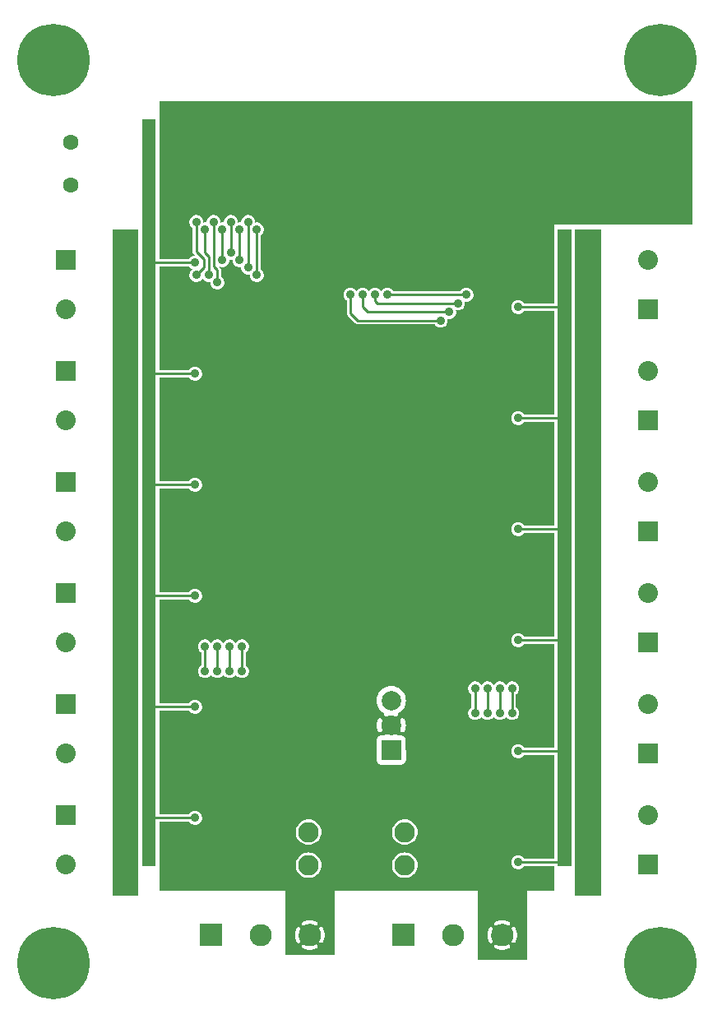
<source format=gbr>
G04 start of page 3 for group 1 idx 1 *
G04 Title: (unknown), bottom *
G04 Creator: pcb 4.0.2 *
G04 CreationDate: Sat May 14 18:30:59 2022 UTC *
G04 For: railfan *
G04 Format: Gerber/RS-274X *
G04 PCB-Dimensions (mil): 3000.00 4200.00 *
G04 PCB-Coordinate-Origin: lower left *
%MOIN*%
%FSLAX25Y25*%
%LNBOTTOM*%
%ADD45C,0.0630*%
%ADD44C,0.0550*%
%ADD43C,0.0450*%
%ADD42C,0.0433*%
%ADD41C,0.1285*%
%ADD40C,0.0480*%
%ADD39C,0.0200*%
%ADD38C,0.0360*%
%ADD37C,0.0830*%
%ADD36C,0.0900*%
%ADD35C,0.0787*%
%ADD34C,0.0633*%
%ADD33C,0.2937*%
%ADD32C,0.0800*%
%ADD31C,0.0100*%
%ADD30C,0.0001*%
G54D30*G36*
X205496Y376500D02*X230000D01*
Y294500D01*
X217865D01*
X217772Y294651D01*
X217486Y294986D01*
X217151Y295272D01*
X216775Y295503D01*
X216368Y295671D01*
X215939Y295774D01*
X215500Y295809D01*
X215061Y295774D01*
X214632Y295671D01*
X214225Y295503D01*
X213849Y295272D01*
X213514Y294986D01*
X213228Y294651D01*
X212997Y294275D01*
X212829Y293868D01*
X212726Y293439D01*
X212691Y293000D01*
X212726Y292561D01*
X212829Y292132D01*
X212997Y291725D01*
X213228Y291349D01*
X213514Y291014D01*
X213849Y290728D01*
X214225Y290497D01*
X214632Y290329D01*
X215061Y290226D01*
X215500Y290191D01*
X215939Y290226D01*
X216368Y290329D01*
X216775Y290497D01*
X217151Y290728D01*
X217486Y291014D01*
X217772Y291349D01*
X217865Y291500D01*
X230000D01*
Y249500D01*
X217865D01*
X217772Y249651D01*
X217486Y249986D01*
X217151Y250272D01*
X216775Y250503D01*
X216368Y250671D01*
X215939Y250774D01*
X215500Y250809D01*
X215061Y250774D01*
X214632Y250671D01*
X214225Y250503D01*
X213849Y250272D01*
X213514Y249986D01*
X213228Y249651D01*
X212997Y249275D01*
X212829Y248868D01*
X212726Y248439D01*
X212691Y248000D01*
X212726Y247561D01*
X212829Y247132D01*
X212997Y246725D01*
X213228Y246349D01*
X213514Y246014D01*
X213849Y245728D01*
X214225Y245497D01*
X214632Y245329D01*
X215061Y245226D01*
X215500Y245191D01*
X215939Y245226D01*
X216368Y245329D01*
X216775Y245497D01*
X217151Y245728D01*
X217486Y246014D01*
X217772Y246349D01*
X217865Y246500D01*
X230000D01*
Y204500D01*
X217865D01*
X217772Y204651D01*
X217486Y204986D01*
X217151Y205272D01*
X216775Y205503D01*
X216368Y205671D01*
X215939Y205774D01*
X215500Y205809D01*
X215061Y205774D01*
X214632Y205671D01*
X214225Y205503D01*
X213849Y205272D01*
X213514Y204986D01*
X213228Y204651D01*
X212997Y204275D01*
X212829Y203868D01*
X212726Y203439D01*
X212691Y203000D01*
X212726Y202561D01*
X212829Y202132D01*
X212997Y201725D01*
X213228Y201349D01*
X213514Y201014D01*
X213849Y200728D01*
X214225Y200497D01*
X214632Y200329D01*
X215061Y200226D01*
X215500Y200191D01*
X215939Y200226D01*
X216368Y200329D01*
X216775Y200497D01*
X217151Y200728D01*
X217486Y201014D01*
X217772Y201349D01*
X217865Y201500D01*
X230000D01*
Y159500D01*
X217865D01*
X217772Y159651D01*
X217486Y159986D01*
X217151Y160272D01*
X216775Y160503D01*
X216368Y160671D01*
X215939Y160774D01*
X215500Y160809D01*
X215061Y160774D01*
X214632Y160671D01*
X214225Y160503D01*
X213849Y160272D01*
X213514Y159986D01*
X213228Y159651D01*
X212997Y159275D01*
X212829Y158868D01*
X212726Y158439D01*
X212691Y158000D01*
X212726Y157561D01*
X212829Y157132D01*
X212997Y156725D01*
X213228Y156349D01*
X213514Y156014D01*
X213849Y155728D01*
X214225Y155497D01*
X214632Y155329D01*
X215061Y155226D01*
X215500Y155191D01*
X215939Y155226D01*
X216368Y155329D01*
X216775Y155497D01*
X217151Y155728D01*
X217486Y156014D01*
X217772Y156349D01*
X217865Y156500D01*
X230000D01*
Y114500D01*
X217865D01*
X217772Y114651D01*
X217486Y114986D01*
X217151Y115272D01*
X216775Y115503D01*
X216368Y115671D01*
X215939Y115774D01*
X215500Y115809D01*
X215061Y115774D01*
X214632Y115671D01*
X214225Y115503D01*
X213849Y115272D01*
X213514Y114986D01*
X213228Y114651D01*
X212997Y114275D01*
X212829Y113868D01*
X212726Y113439D01*
X212691Y113000D01*
X212726Y112561D01*
X212829Y112132D01*
X212997Y111725D01*
X213228Y111349D01*
X213514Y111014D01*
X213849Y110728D01*
X214225Y110497D01*
X214632Y110329D01*
X215061Y110226D01*
X215500Y110191D01*
X215939Y110226D01*
X216368Y110329D01*
X216775Y110497D01*
X217151Y110728D01*
X217486Y111014D01*
X217772Y111349D01*
X217865Y111500D01*
X230000D01*
Y69500D01*
X217865D01*
X217772Y69651D01*
X217486Y69986D01*
X217151Y70272D01*
X216775Y70503D01*
X216368Y70671D01*
X215939Y70774D01*
X215500Y70809D01*
X215061Y70774D01*
X214632Y70671D01*
X214225Y70503D01*
X213849Y70272D01*
X213514Y69986D01*
X213228Y69651D01*
X212997Y69275D01*
X212829Y68868D01*
X212726Y68439D01*
X212691Y68000D01*
X212726Y67561D01*
X212829Y67132D01*
X212997Y66725D01*
X213228Y66349D01*
X213514Y66014D01*
X213849Y65728D01*
X214225Y65497D01*
X214632Y65329D01*
X215061Y65226D01*
X215500Y65191D01*
X215939Y65226D01*
X216368Y65329D01*
X216775Y65497D01*
X217151Y65728D01*
X217486Y66014D01*
X217772Y66349D01*
X217865Y66500D01*
X230000D01*
Y56500D01*
X205496D01*
Y127214D01*
X205500Y127221D01*
X205728Y126849D01*
X206014Y126514D01*
X206349Y126228D01*
X206725Y125997D01*
X207132Y125829D01*
X207561Y125726D01*
X208000Y125691D01*
X208439Y125726D01*
X208868Y125829D01*
X209275Y125997D01*
X209651Y126228D01*
X209986Y126514D01*
X210272Y126849D01*
X210500Y127221D01*
X210728Y126849D01*
X211014Y126514D01*
X211349Y126228D01*
X211725Y125997D01*
X212132Y125829D01*
X212561Y125726D01*
X213000Y125691D01*
X213439Y125726D01*
X213868Y125829D01*
X214275Y125997D01*
X214651Y126228D01*
X214986Y126514D01*
X215272Y126849D01*
X215503Y127225D01*
X215671Y127632D01*
X215774Y128061D01*
X215800Y128500D01*
X215774Y128939D01*
X215671Y129368D01*
X215503Y129775D01*
X215272Y130151D01*
X214986Y130486D01*
X214651Y130772D01*
X214500Y130865D01*
Y136135D01*
X214651Y136228D01*
X214986Y136514D01*
X215272Y136849D01*
X215503Y137225D01*
X215671Y137632D01*
X215774Y138061D01*
X215800Y138500D01*
X215774Y138939D01*
X215671Y139368D01*
X215503Y139775D01*
X215272Y140151D01*
X214986Y140486D01*
X214651Y140772D01*
X214275Y141003D01*
X213868Y141171D01*
X213439Y141274D01*
X213000Y141309D01*
X212561Y141274D01*
X212132Y141171D01*
X211725Y141003D01*
X211349Y140772D01*
X211014Y140486D01*
X210728Y140151D01*
X210500Y139779D01*
X210272Y140151D01*
X209986Y140486D01*
X209651Y140772D01*
X209275Y141003D01*
X208868Y141171D01*
X208439Y141274D01*
X208000Y141309D01*
X207561Y141274D01*
X207132Y141171D01*
X206725Y141003D01*
X206349Y140772D01*
X206014Y140486D01*
X205728Y140151D01*
X205500Y139779D01*
X205496Y139786D01*
Y376500D01*
G37*
G36*
X170996D02*X205496D01*
Y139786D01*
X205272Y140151D01*
X204986Y140486D01*
X204651Y140772D01*
X204275Y141003D01*
X203868Y141171D01*
X203439Y141274D01*
X203000Y141309D01*
X202561Y141274D01*
X202132Y141171D01*
X201725Y141003D01*
X201349Y140772D01*
X201014Y140486D01*
X200728Y140151D01*
X200500Y139779D01*
X200272Y140151D01*
X199986Y140486D01*
X199651Y140772D01*
X199275Y141003D01*
X198868Y141171D01*
X198439Y141274D01*
X198000Y141309D01*
X197561Y141274D01*
X197132Y141171D01*
X196725Y141003D01*
X196349Y140772D01*
X196014Y140486D01*
X195728Y140151D01*
X195497Y139775D01*
X195329Y139368D01*
X195226Y138939D01*
X195191Y138500D01*
X195226Y138061D01*
X195329Y137632D01*
X195497Y137225D01*
X195728Y136849D01*
X196014Y136514D01*
X196349Y136228D01*
X196500Y136135D01*
Y130865D01*
X196349Y130772D01*
X196014Y130486D01*
X195728Y130151D01*
X195497Y129775D01*
X195329Y129368D01*
X195226Y128939D01*
X195191Y128500D01*
X195226Y128061D01*
X195329Y127632D01*
X195497Y127225D01*
X195728Y126849D01*
X196014Y126514D01*
X196349Y126228D01*
X196725Y125997D01*
X197132Y125829D01*
X197561Y125726D01*
X198000Y125691D01*
X198439Y125726D01*
X198868Y125829D01*
X199275Y125997D01*
X199651Y126228D01*
X199986Y126514D01*
X200272Y126849D01*
X200500Y127221D01*
X200728Y126849D01*
X201014Y126514D01*
X201349Y126228D01*
X201725Y125997D01*
X202132Y125829D01*
X202561Y125726D01*
X203000Y125691D01*
X203439Y125726D01*
X203868Y125829D01*
X204275Y125997D01*
X204651Y126228D01*
X204986Y126514D01*
X205272Y126849D01*
X205496Y127214D01*
Y56500D01*
X170996D01*
Y61863D01*
X171096Y61887D01*
X171845Y62197D01*
X172536Y62621D01*
X173153Y63147D01*
X173679Y63764D01*
X174103Y64455D01*
X174413Y65204D01*
X174602Y65992D01*
X174650Y66800D01*
X174602Y67608D01*
X174413Y68396D01*
X174103Y69145D01*
X173679Y69836D01*
X173153Y70453D01*
X172536Y70979D01*
X171845Y71403D01*
X171096Y71713D01*
X170996Y71737D01*
Y75263D01*
X171096Y75287D01*
X171845Y75597D01*
X172536Y76021D01*
X173153Y76547D01*
X173679Y77164D01*
X174103Y77855D01*
X174413Y78604D01*
X174602Y79392D01*
X174650Y80200D01*
X174602Y81008D01*
X174413Y81796D01*
X174103Y82545D01*
X173679Y83236D01*
X173153Y83853D01*
X172536Y84379D01*
X171845Y84803D01*
X171096Y85113D01*
X170996Y85137D01*
Y286000D01*
X181635D01*
X181728Y285849D01*
X182014Y285514D01*
X182349Y285228D01*
X182725Y284997D01*
X183132Y284829D01*
X183561Y284726D01*
X184000Y284691D01*
X184439Y284726D01*
X184868Y284829D01*
X185275Y284997D01*
X185651Y285228D01*
X185986Y285514D01*
X186272Y285849D01*
X186503Y286225D01*
X186671Y286632D01*
X186774Y287061D01*
X186800Y287500D01*
X186774Y287939D01*
X186684Y288316D01*
X187061Y288226D01*
X187500Y288191D01*
X187939Y288226D01*
X188368Y288329D01*
X188775Y288497D01*
X189151Y288728D01*
X189486Y289014D01*
X189772Y289349D01*
X190003Y289725D01*
X190171Y290132D01*
X190274Y290561D01*
X190300Y291000D01*
X190274Y291439D01*
X190184Y291816D01*
X190561Y291726D01*
X191000Y291691D01*
X191439Y291726D01*
X191868Y291829D01*
X192275Y291997D01*
X192651Y292228D01*
X192986Y292514D01*
X193272Y292849D01*
X193503Y293225D01*
X193671Y293632D01*
X193774Y294061D01*
X193800Y294500D01*
X193774Y294939D01*
X193684Y295316D01*
X194061Y295226D01*
X194500Y295191D01*
X194939Y295226D01*
X195368Y295329D01*
X195775Y295497D01*
X196151Y295728D01*
X196486Y296014D01*
X196772Y296349D01*
X197003Y296725D01*
X197171Y297132D01*
X197274Y297561D01*
X197300Y298000D01*
X197274Y298439D01*
X197171Y298868D01*
X197003Y299275D01*
X196772Y299651D01*
X196486Y299986D01*
X196151Y300272D01*
X195775Y300503D01*
X195368Y300671D01*
X194939Y300774D01*
X194500Y300809D01*
X194061Y300774D01*
X193632Y300671D01*
X193225Y300503D01*
X192849Y300272D01*
X192514Y299986D01*
X192228Y299651D01*
X192135Y299500D01*
X170996D01*
Y376500D01*
G37*
G36*
X168761Y61692D02*X169500Y61634D01*
X170308Y61698D01*
X170996Y61863D01*
Y56500D01*
X168761D01*
Y61692D01*
G37*
G36*
Y75092D02*X169500Y75034D01*
X170308Y75098D01*
X170996Y75263D01*
Y71737D01*
X170308Y71902D01*
X169500Y71966D01*
X168761Y71908D01*
Y75092D01*
G37*
G36*
Y286000D02*X170996D01*
Y85137D01*
X170308Y85302D01*
X169500Y85366D01*
X168761Y85308D01*
Y107740D01*
X168848Y107775D01*
X169116Y107940D01*
X169356Y108144D01*
X169560Y108384D01*
X169725Y108652D01*
X169845Y108943D01*
X169918Y109249D01*
X169937Y109563D01*
X169918Y117751D01*
X169845Y118057D01*
X169725Y118348D01*
X169560Y118616D01*
X169356Y118856D01*
X169116Y119060D01*
X168848Y119225D01*
X168761Y119260D01*
Y120683D01*
X168831Y120695D01*
X168980Y120746D01*
X169119Y120819D01*
X169245Y120913D01*
X169355Y121025D01*
X169446Y121154D01*
X169513Y121296D01*
X169704Y121828D01*
X169837Y122377D01*
X169917Y122936D01*
X169944Y123500D01*
X169917Y124064D01*
X169837Y124623D01*
X169704Y125172D01*
X169519Y125706D01*
X169450Y125848D01*
X169358Y125977D01*
X169248Y126091D01*
X169121Y126185D01*
X168981Y126259D01*
X168832Y126309D01*
X168761Y126321D01*
Y129933D01*
X168818Y130000D01*
X169306Y130796D01*
X169664Y131660D01*
X169882Y132568D01*
X169937Y133500D01*
X169882Y134432D01*
X169664Y135340D01*
X169306Y136204D01*
X168818Y137000D01*
X168761Y137067D01*
Y286000D01*
G37*
G36*
Y119260D02*X168557Y119345D01*
X168251Y119418D01*
X167937Y119437D01*
X166696Y119434D01*
X166607Y119561D01*
X166496Y119674D01*
X166370Y119768D01*
X166230Y119842D01*
X166080Y119892D01*
X165924Y119919D01*
X165766Y119921D01*
X165610Y119898D01*
X165460Y119848D01*
X165108Y119722D01*
X164744Y119634D01*
X164374Y119581D01*
X164000Y119563D01*
X163991Y119563D01*
Y127437D01*
X164000Y127437D01*
X164374Y127419D01*
X164744Y127366D01*
X165108Y127278D01*
X165461Y127156D01*
X165611Y127106D01*
X165766Y127083D01*
X165924Y127085D01*
X166079Y127112D01*
X166228Y127162D01*
X166367Y127236D01*
X166493Y127330D01*
X166603Y127442D01*
X166694Y127571D01*
X166764Y127712D01*
X166811Y127862D01*
X166833Y128018D01*
X166832Y128175D01*
X166817Y128263D01*
X167500Y128682D01*
X168211Y129289D01*
X168761Y129933D01*
Y126321D01*
X168676Y126336D01*
X168518Y126338D01*
X168361Y126315D01*
X168210Y126268D01*
X168069Y126198D01*
X167939Y126107D01*
X167826Y125996D01*
X167732Y125870D01*
X167658Y125730D01*
X167608Y125580D01*
X167581Y125424D01*
X167579Y125266D01*
X167602Y125110D01*
X167652Y124960D01*
X167778Y124608D01*
X167866Y124244D01*
X167919Y123874D01*
X167937Y123500D01*
X167919Y123126D01*
X167866Y122756D01*
X167778Y122392D01*
X167656Y122039D01*
X167606Y121889D01*
X167583Y121734D01*
X167585Y121576D01*
X167612Y121421D01*
X167662Y121272D01*
X167736Y121133D01*
X167830Y121007D01*
X167942Y120897D01*
X168071Y120806D01*
X168212Y120736D01*
X168362Y120689D01*
X168518Y120667D01*
X168675Y120668D01*
X168761Y120683D01*
Y119260D01*
G37*
G36*
Y85308D02*X168692Y85302D01*
X167904Y85113D01*
X167155Y84803D01*
X166464Y84379D01*
X165847Y83853D01*
X165321Y83236D01*
X164897Y82545D01*
X164587Y81796D01*
X164398Y81008D01*
X164334Y80200D01*
X164398Y79392D01*
X164587Y78604D01*
X164897Y77855D01*
X165321Y77164D01*
X165847Y76547D01*
X166464Y76021D01*
X167155Y75597D01*
X167904Y75287D01*
X168692Y75098D01*
X168761Y75092D01*
Y71908D01*
X168692Y71902D01*
X167904Y71713D01*
X167155Y71403D01*
X166464Y70979D01*
X165847Y70453D01*
X165321Y69836D01*
X164897Y69145D01*
X164587Y68396D01*
X164398Y67608D01*
X164334Y66800D01*
X164398Y65992D01*
X164587Y65204D01*
X164897Y64455D01*
X165321Y63764D01*
X165847Y63147D01*
X166464Y62621D01*
X167155Y62197D01*
X167904Y61887D01*
X168692Y61698D01*
X168761Y61692D01*
Y56500D01*
X163991D01*
Y107572D01*
X168251Y107582D01*
X168557Y107655D01*
X168761Y107740D01*
Y85308D01*
G37*
G36*
X163991Y286000D02*X168761D01*
Y137067D01*
X168211Y137711D01*
X167500Y138318D01*
X166704Y138806D01*
X165840Y139164D01*
X164932Y139382D01*
X164000Y139455D01*
X163991Y139455D01*
Y286000D01*
G37*
G36*
Y376500D02*X170996D01*
Y299500D01*
X164845D01*
X164753Y299651D01*
X164466Y299986D01*
X164131Y300272D01*
X163991Y300358D01*
Y376500D01*
G37*
G36*
X159239Y107740D02*X159443Y107655D01*
X159749Y107582D01*
X160063Y107563D01*
X163991Y107572D01*
Y56500D01*
X159239D01*
Y107740D01*
G37*
G36*
Y129933D02*X159789Y129289D01*
X160500Y128682D01*
X161179Y128265D01*
X161164Y128176D01*
X161162Y128018D01*
X161185Y127861D01*
X161232Y127710D01*
X161302Y127569D01*
X161393Y127439D01*
X161504Y127326D01*
X161630Y127232D01*
X161770Y127158D01*
X161920Y127108D01*
X162076Y127081D01*
X162234Y127079D01*
X162390Y127102D01*
X162540Y127152D01*
X162892Y127278D01*
X163256Y127366D01*
X163626Y127419D01*
X163991Y127437D01*
Y119563D01*
X163626Y119581D01*
X163256Y119634D01*
X162892Y119722D01*
X162539Y119844D01*
X162389Y119894D01*
X162234Y119917D01*
X162076Y119915D01*
X161921Y119888D01*
X161772Y119838D01*
X161633Y119764D01*
X161507Y119670D01*
X161397Y119558D01*
X161306Y119429D01*
X161302Y119422D01*
X159749Y119418D01*
X159443Y119345D01*
X159239Y119260D01*
Y120679D01*
X159324Y120664D01*
X159482Y120662D01*
X159639Y120685D01*
X159790Y120732D01*
X159931Y120802D01*
X160061Y120893D01*
X160174Y121004D01*
X160268Y121130D01*
X160342Y121270D01*
X160392Y121420D01*
X160419Y121576D01*
X160421Y121734D01*
X160398Y121890D01*
X160348Y122040D01*
X160222Y122392D01*
X160134Y122756D01*
X160081Y123126D01*
X160063Y123500D01*
X160081Y123874D01*
X160134Y124244D01*
X160222Y124608D01*
X160344Y124961D01*
X160394Y125111D01*
X160417Y125266D01*
X160415Y125424D01*
X160388Y125579D01*
X160338Y125728D01*
X160264Y125867D01*
X160170Y125993D01*
X160058Y126103D01*
X159929Y126194D01*
X159788Y126264D01*
X159638Y126311D01*
X159482Y126333D01*
X159325Y126332D01*
X159239Y126317D01*
Y129933D01*
G37*
G36*
Y286000D02*X163991D01*
Y139455D01*
X163068Y139382D01*
X162160Y139164D01*
X161296Y138806D01*
X160500Y138318D01*
X159789Y137711D01*
X159239Y137067D01*
Y286000D01*
G37*
G36*
Y376500D02*X163991D01*
Y300358D01*
X163755Y300503D01*
X163348Y300671D01*
X162920Y300774D01*
X162480Y300809D01*
X162041Y300774D01*
X161612Y300671D01*
X161205Y300503D01*
X160829Y300272D01*
X160494Y299986D01*
X160208Y299651D01*
X159980Y299279D01*
X159753Y299651D01*
X159466Y299986D01*
X159239Y300180D01*
Y376500D01*
G37*
G36*
X130492D02*X159239D01*
Y300180D01*
X159131Y300272D01*
X158755Y300503D01*
X158348Y300671D01*
X157920Y300774D01*
X157480Y300809D01*
X157041Y300774D01*
X156612Y300671D01*
X156205Y300503D01*
X155829Y300272D01*
X155494Y299986D01*
X155208Y299651D01*
X154980Y299279D01*
X154753Y299651D01*
X154466Y299986D01*
X154131Y300272D01*
X153755Y300503D01*
X153348Y300671D01*
X152920Y300774D01*
X152480Y300809D01*
X152041Y300774D01*
X151612Y300671D01*
X151205Y300503D01*
X150829Y300272D01*
X150494Y299986D01*
X150208Y299651D01*
X149990Y299295D01*
X149772Y299651D01*
X149486Y299986D01*
X149151Y300272D01*
X148775Y300503D01*
X148368Y300671D01*
X147939Y300774D01*
X147500Y300809D01*
X147061Y300774D01*
X146632Y300671D01*
X146225Y300503D01*
X145849Y300272D01*
X145514Y299986D01*
X145228Y299651D01*
X144997Y299275D01*
X144829Y298868D01*
X144726Y298439D01*
X144691Y298000D01*
X144726Y297561D01*
X144829Y297132D01*
X144997Y296725D01*
X145228Y296349D01*
X145514Y296014D01*
X145849Y295728D01*
X146000Y295635D01*
Y290559D01*
X145995Y290500D01*
X146014Y290265D01*
X146069Y290035D01*
X146159Y289817D01*
X146283Y289616D01*
X146436Y289436D01*
X146481Y289398D01*
X149398Y286481D01*
X149436Y286436D01*
X149616Y286283D01*
X149817Y286159D01*
X150035Y286069D01*
X150265Y286014D01*
X150500Y285995D01*
X150559Y286000D01*
X159239D01*
Y137067D01*
X159182Y137000D01*
X158694Y136204D01*
X158336Y135340D01*
X158118Y134432D01*
X158045Y133500D01*
X158118Y132568D01*
X158336Y131660D01*
X158694Y130796D01*
X159182Y130000D01*
X159239Y129933D01*
Y126317D01*
X159169Y126305D01*
X159020Y126254D01*
X158881Y126181D01*
X158755Y126087D01*
X158645Y125975D01*
X158554Y125846D01*
X158487Y125704D01*
X158296Y125172D01*
X158163Y124623D01*
X158083Y124064D01*
X158056Y123500D01*
X158083Y122936D01*
X158163Y122377D01*
X158296Y121828D01*
X158481Y121294D01*
X158550Y121152D01*
X158642Y121023D01*
X158752Y120909D01*
X158879Y120815D01*
X159019Y120741D01*
X159168Y120691D01*
X159239Y120679D01*
Y119260D01*
X159152Y119225D01*
X158884Y119060D01*
X158644Y118856D01*
X158440Y118616D01*
X158275Y118348D01*
X158155Y118057D01*
X158082Y117751D01*
X158063Y117437D01*
X158082Y109249D01*
X158155Y108943D01*
X158275Y108652D01*
X158440Y108384D01*
X158644Y108144D01*
X158884Y107940D01*
X159152Y107775D01*
X159239Y107740D01*
Y56500D01*
X130492D01*
Y61635D01*
X130500Y61634D01*
X131308Y61698D01*
X132096Y61887D01*
X132845Y62197D01*
X133536Y62621D01*
X134153Y63147D01*
X134679Y63764D01*
X135103Y64455D01*
X135413Y65204D01*
X135602Y65992D01*
X135650Y66800D01*
X135602Y67608D01*
X135413Y68396D01*
X135103Y69145D01*
X134679Y69836D01*
X134153Y70453D01*
X133536Y70979D01*
X132845Y71403D01*
X132096Y71713D01*
X131308Y71902D01*
X130500Y71966D01*
X130492Y71965D01*
Y75035D01*
X130500Y75034D01*
X131308Y75098D01*
X132096Y75287D01*
X132845Y75597D01*
X133536Y76021D01*
X134153Y76547D01*
X134679Y77164D01*
X135103Y77855D01*
X135413Y78604D01*
X135602Y79392D01*
X135650Y80200D01*
X135602Y81008D01*
X135413Y81796D01*
X135103Y82545D01*
X134679Y83236D01*
X134153Y83853D01*
X133536Y84379D01*
X132845Y84803D01*
X132096Y85113D01*
X131308Y85302D01*
X130500Y85366D01*
X130492Y85365D01*
Y376500D01*
G37*
G36*
X111000Y308365D02*Y322135D01*
X111151Y322228D01*
X111486Y322514D01*
X111772Y322849D01*
X112003Y323225D01*
X112171Y323632D01*
X112274Y324061D01*
X112300Y324500D01*
X112274Y324939D01*
X112171Y325368D01*
X112003Y325775D01*
X111772Y326151D01*
X111486Y326486D01*
X111151Y326772D01*
X110775Y327003D01*
X110368Y327171D01*
X109939Y327274D01*
X109500Y327309D01*
X109061Y327274D01*
X108783Y327207D01*
X108800Y327500D01*
X108774Y327939D01*
X108671Y328368D01*
X108503Y328775D01*
X108272Y329151D01*
X107986Y329486D01*
X107651Y329772D01*
X107275Y330003D01*
X106868Y330171D01*
X106439Y330274D01*
X106000Y330309D01*
X105561Y330274D01*
X105132Y330171D01*
X104725Y330003D01*
X104349Y329772D01*
X104014Y329486D01*
X103728Y329151D01*
X103497Y328775D01*
X103329Y328368D01*
X103226Y327939D01*
X103191Y327500D01*
X103214Y327208D01*
X102939Y327274D01*
X102500Y327309D01*
X102061Y327274D01*
X101783Y327207D01*
X101800Y327500D01*
X101774Y327939D01*
X101671Y328368D01*
X101503Y328775D01*
X101272Y329151D01*
X100986Y329486D01*
X100651Y329772D01*
X100275Y330003D01*
X99868Y330171D01*
X99439Y330274D01*
X99000Y330309D01*
X98561Y330274D01*
X98132Y330171D01*
X97725Y330003D01*
X97349Y329772D01*
X97014Y329486D01*
X96728Y329151D01*
X96497Y328775D01*
X96329Y328368D01*
X96226Y327939D01*
X96191Y327500D01*
X96214Y327208D01*
X95996Y327261D01*
Y376500D01*
X130492D01*
Y85365D01*
X129692Y85302D01*
X128904Y85113D01*
X128155Y84803D01*
X127464Y84379D01*
X126847Y83853D01*
X126321Y83236D01*
X125897Y82545D01*
X125587Y81796D01*
X125398Y81008D01*
X125334Y80200D01*
X125398Y79392D01*
X125587Y78604D01*
X125897Y77855D01*
X126321Y77164D01*
X126847Y76547D01*
X127464Y76021D01*
X128155Y75597D01*
X128904Y75287D01*
X129692Y75098D01*
X130492Y75035D01*
Y71965D01*
X129692Y71902D01*
X128904Y71713D01*
X128155Y71403D01*
X127464Y70979D01*
X126847Y70453D01*
X126321Y69836D01*
X125897Y69145D01*
X125587Y68396D01*
X125398Y67608D01*
X125334Y66800D01*
X125398Y65992D01*
X125587Y65204D01*
X125897Y64455D01*
X126321Y63764D01*
X126847Y63147D01*
X127464Y62621D01*
X128155Y62197D01*
X128904Y61887D01*
X129692Y61698D01*
X130492Y61635D01*
Y56500D01*
X95996D01*
Y144214D01*
X96000Y144221D01*
X96228Y143849D01*
X96514Y143514D01*
X96849Y143228D01*
X97225Y142997D01*
X97632Y142829D01*
X98061Y142726D01*
X98500Y142691D01*
X98939Y142726D01*
X99368Y142829D01*
X99775Y142997D01*
X100151Y143228D01*
X100486Y143514D01*
X100772Y143849D01*
X101000Y144221D01*
X101228Y143849D01*
X101514Y143514D01*
X101849Y143228D01*
X102225Y142997D01*
X102632Y142829D01*
X103061Y142726D01*
X103500Y142691D01*
X103939Y142726D01*
X104368Y142829D01*
X104775Y142997D01*
X105151Y143228D01*
X105486Y143514D01*
X105772Y143849D01*
X106003Y144225D01*
X106171Y144632D01*
X106274Y145061D01*
X106300Y145500D01*
X106274Y145939D01*
X106171Y146368D01*
X106003Y146775D01*
X105772Y147151D01*
X105486Y147486D01*
X105151Y147772D01*
X105000Y147865D01*
Y153135D01*
X105151Y153228D01*
X105486Y153514D01*
X105772Y153849D01*
X106003Y154225D01*
X106171Y154632D01*
X106274Y155061D01*
X106300Y155500D01*
X106274Y155939D01*
X106171Y156368D01*
X106003Y156775D01*
X105772Y157151D01*
X105486Y157486D01*
X105151Y157772D01*
X104775Y158003D01*
X104368Y158171D01*
X103939Y158274D01*
X103500Y158309D01*
X103061Y158274D01*
X102632Y158171D01*
X102225Y158003D01*
X101849Y157772D01*
X101514Y157486D01*
X101228Y157151D01*
X101000Y156779D01*
X100772Y157151D01*
X100486Y157486D01*
X100151Y157772D01*
X99775Y158003D01*
X99368Y158171D01*
X98939Y158274D01*
X98500Y158309D01*
X98061Y158274D01*
X97632Y158171D01*
X97225Y158003D01*
X96849Y157772D01*
X96514Y157486D01*
X96228Y157151D01*
X96000Y156779D01*
X95996Y156786D01*
Y301714D01*
X96003Y301725D01*
X96171Y302132D01*
X96274Y302561D01*
X96300Y303000D01*
X96274Y303439D01*
X96171Y303868D01*
X96003Y304275D01*
X95996Y304286D01*
Y309239D01*
X96368Y309329D01*
X96775Y309497D01*
X97151Y309728D01*
X97486Y310014D01*
X97772Y310349D01*
X98003Y310725D01*
X98171Y311132D01*
X98274Y311561D01*
X98300Y312000D01*
X98283Y312293D01*
X98561Y312226D01*
X99000Y312191D01*
X99439Y312226D01*
X99714Y312292D01*
X99691Y312000D01*
X99726Y311561D01*
X99829Y311132D01*
X99997Y310725D01*
X100228Y310349D01*
X100514Y310014D01*
X100849Y309728D01*
X101225Y309497D01*
X101632Y309329D01*
X102061Y309226D01*
X102500Y309191D01*
X102939Y309226D01*
X103214Y309292D01*
X103191Y309000D01*
X103226Y308561D01*
X103329Y308132D01*
X103497Y307725D01*
X103728Y307349D01*
X104014Y307014D01*
X104349Y306728D01*
X104725Y306497D01*
X105132Y306329D01*
X105561Y306226D01*
X106000Y306191D01*
X106439Y306226D01*
X106714Y306292D01*
X106691Y306000D01*
X106726Y305561D01*
X106829Y305132D01*
X106997Y304725D01*
X107228Y304349D01*
X107514Y304014D01*
X107849Y303728D01*
X108225Y303497D01*
X108632Y303329D01*
X109061Y303226D01*
X109500Y303191D01*
X109939Y303226D01*
X110368Y303329D01*
X110775Y303497D01*
X111151Y303728D01*
X111486Y304014D01*
X111772Y304349D01*
X112003Y304725D01*
X112171Y305132D01*
X112274Y305561D01*
X112300Y306000D01*
X112274Y306439D01*
X112171Y306868D01*
X112003Y307275D01*
X111772Y307651D01*
X111486Y307986D01*
X111151Y308272D01*
X111000Y308365D01*
G37*
G36*
X95996Y304286D02*X95772Y304651D01*
X95486Y304986D01*
X95151Y305272D01*
X95000Y305365D01*
Y307941D01*
X95005Y308000D01*
X94986Y308235D01*
X94931Y308465D01*
X94841Y308683D01*
X94717Y308884D01*
X94564Y309064D01*
X94519Y309102D01*
X93964Y309657D01*
X94225Y309497D01*
X94632Y309329D01*
X95061Y309226D01*
X95500Y309191D01*
X95939Y309226D01*
X95996Y309239D01*
Y304286D01*
G37*
G36*
Y56500D02*X70000D01*
Y84500D01*
X82135D01*
X82228Y84349D01*
X82514Y84014D01*
X82849Y83728D01*
X83225Y83497D01*
X83632Y83329D01*
X84061Y83226D01*
X84500Y83191D01*
X84939Y83226D01*
X85368Y83329D01*
X85775Y83497D01*
X86151Y83728D01*
X86486Y84014D01*
X86772Y84349D01*
X87003Y84725D01*
X87171Y85132D01*
X87274Y85561D01*
X87300Y86000D01*
X87274Y86439D01*
X87171Y86868D01*
X87003Y87275D01*
X86772Y87651D01*
X86486Y87986D01*
X86151Y88272D01*
X85775Y88503D01*
X85368Y88671D01*
X84939Y88774D01*
X84500Y88809D01*
X84061Y88774D01*
X83632Y88671D01*
X83225Y88503D01*
X82849Y88272D01*
X82514Y87986D01*
X82228Y87651D01*
X82135Y87500D01*
X70000D01*
Y129500D01*
X82135D01*
X82228Y129349D01*
X82514Y129014D01*
X82849Y128728D01*
X83225Y128497D01*
X83632Y128329D01*
X84061Y128226D01*
X84500Y128191D01*
X84939Y128226D01*
X85368Y128329D01*
X85775Y128497D01*
X86151Y128728D01*
X86486Y129014D01*
X86772Y129349D01*
X87003Y129725D01*
X87171Y130132D01*
X87274Y130561D01*
X87300Y131000D01*
X87274Y131439D01*
X87171Y131868D01*
X87003Y132275D01*
X86772Y132651D01*
X86486Y132986D01*
X86151Y133272D01*
X85775Y133503D01*
X85368Y133671D01*
X84939Y133774D01*
X84500Y133809D01*
X84061Y133774D01*
X83632Y133671D01*
X83225Y133503D01*
X82849Y133272D01*
X82514Y132986D01*
X82228Y132651D01*
X82135Y132500D01*
X70000D01*
Y174500D01*
X82135D01*
X82228Y174349D01*
X82514Y174014D01*
X82849Y173728D01*
X83225Y173497D01*
X83632Y173329D01*
X84061Y173226D01*
X84500Y173191D01*
X84939Y173226D01*
X85368Y173329D01*
X85775Y173497D01*
X86151Y173728D01*
X86486Y174014D01*
X86772Y174349D01*
X87003Y174725D01*
X87171Y175132D01*
X87274Y175561D01*
X87300Y176000D01*
X87274Y176439D01*
X87171Y176868D01*
X87003Y177275D01*
X86772Y177651D01*
X86486Y177986D01*
X86151Y178272D01*
X85775Y178503D01*
X85368Y178671D01*
X84939Y178774D01*
X84500Y178809D01*
X84061Y178774D01*
X83632Y178671D01*
X83225Y178503D01*
X82849Y178272D01*
X82514Y177986D01*
X82228Y177651D01*
X82135Y177500D01*
X70000D01*
Y219500D01*
X82135D01*
X82228Y219349D01*
X82514Y219014D01*
X82849Y218728D01*
X83225Y218497D01*
X83632Y218329D01*
X84061Y218226D01*
X84500Y218191D01*
X84939Y218226D01*
X85368Y218329D01*
X85775Y218497D01*
X86151Y218728D01*
X86486Y219014D01*
X86772Y219349D01*
X87003Y219725D01*
X87171Y220132D01*
X87274Y220561D01*
X87300Y221000D01*
X87274Y221439D01*
X87171Y221868D01*
X87003Y222275D01*
X86772Y222651D01*
X86486Y222986D01*
X86151Y223272D01*
X85775Y223503D01*
X85368Y223671D01*
X84939Y223774D01*
X84500Y223809D01*
X84061Y223774D01*
X83632Y223671D01*
X83225Y223503D01*
X82849Y223272D01*
X82514Y222986D01*
X82228Y222651D01*
X82135Y222500D01*
X70000D01*
Y264500D01*
X82135D01*
X82228Y264349D01*
X82514Y264014D01*
X82849Y263728D01*
X83225Y263497D01*
X83632Y263329D01*
X84061Y263226D01*
X84500Y263191D01*
X84939Y263226D01*
X85368Y263329D01*
X85775Y263497D01*
X86151Y263728D01*
X86486Y264014D01*
X86772Y264349D01*
X87003Y264725D01*
X87171Y265132D01*
X87274Y265561D01*
X87300Y266000D01*
X87274Y266439D01*
X87171Y266868D01*
X87003Y267275D01*
X86772Y267651D01*
X86486Y267986D01*
X86151Y268272D01*
X85775Y268503D01*
X85368Y268671D01*
X84939Y268774D01*
X84500Y268809D01*
X84061Y268774D01*
X83632Y268671D01*
X83225Y268503D01*
X82849Y268272D01*
X82514Y267986D01*
X82228Y267651D01*
X82135Y267500D01*
X70000D01*
Y309500D01*
X82135D01*
X82228Y309349D01*
X82514Y309014D01*
X82849Y308728D01*
X83225Y308497D01*
X83518Y308376D01*
X83349Y308272D01*
X83014Y307986D01*
X82728Y307651D01*
X82497Y307275D01*
X82329Y306868D01*
X82226Y306439D01*
X82191Y306000D01*
X82226Y305561D01*
X82329Y305132D01*
X82497Y304725D01*
X82728Y304349D01*
X83014Y304014D01*
X83349Y303728D01*
X83725Y303497D01*
X84132Y303329D01*
X84561Y303226D01*
X85000Y303191D01*
X85439Y303226D01*
X85868Y303329D01*
X86275Y303497D01*
X86651Y303728D01*
X86986Y304014D01*
X87272Y304349D01*
X87500Y304721D01*
X87728Y304349D01*
X88014Y304014D01*
X88349Y303728D01*
X88725Y303497D01*
X89132Y303329D01*
X89561Y303226D01*
X90000Y303191D01*
X90439Y303226D01*
X90714Y303292D01*
X90691Y303000D01*
X90726Y302561D01*
X90829Y302132D01*
X90997Y301725D01*
X91228Y301349D01*
X91514Y301014D01*
X91849Y300728D01*
X92225Y300497D01*
X92632Y300329D01*
X93061Y300226D01*
X93500Y300191D01*
X93939Y300226D01*
X94368Y300329D01*
X94775Y300497D01*
X95151Y300728D01*
X95486Y301014D01*
X95772Y301349D01*
X95996Y301714D01*
Y156786D01*
X95772Y157151D01*
X95486Y157486D01*
X95151Y157772D01*
X94775Y158003D01*
X94368Y158171D01*
X93939Y158274D01*
X93500Y158309D01*
X93061Y158274D01*
X92632Y158171D01*
X92225Y158003D01*
X91849Y157772D01*
X91514Y157486D01*
X91228Y157151D01*
X91000Y156779D01*
X90772Y157151D01*
X90486Y157486D01*
X90151Y157772D01*
X89775Y158003D01*
X89368Y158171D01*
X88939Y158274D01*
X88500Y158309D01*
X88061Y158274D01*
X87632Y158171D01*
X87225Y158003D01*
X86849Y157772D01*
X86514Y157486D01*
X86228Y157151D01*
X85997Y156775D01*
X85829Y156368D01*
X85726Y155939D01*
X85691Y155500D01*
X85726Y155061D01*
X85829Y154632D01*
X85997Y154225D01*
X86228Y153849D01*
X86514Y153514D01*
X86849Y153228D01*
X87000Y153135D01*
Y147865D01*
X86849Y147772D01*
X86514Y147486D01*
X86228Y147151D01*
X85997Y146775D01*
X85829Y146368D01*
X85726Y145939D01*
X85691Y145500D01*
X85726Y145061D01*
X85829Y144632D01*
X85997Y144225D01*
X86228Y143849D01*
X86514Y143514D01*
X86849Y143228D01*
X87225Y142997D01*
X87632Y142829D01*
X88061Y142726D01*
X88500Y142691D01*
X88939Y142726D01*
X89368Y142829D01*
X89775Y142997D01*
X90151Y143228D01*
X90486Y143514D01*
X90772Y143849D01*
X91000Y144221D01*
X91228Y143849D01*
X91514Y143514D01*
X91849Y143228D01*
X92225Y142997D01*
X92632Y142829D01*
X93061Y142726D01*
X93500Y142691D01*
X93939Y142726D01*
X94368Y142829D01*
X94775Y142997D01*
X95151Y143228D01*
X95486Y143514D01*
X95772Y143849D01*
X95996Y144214D01*
Y56500D01*
G37*
G36*
Y327261D02*X95939Y327274D01*
X95500Y327309D01*
X95061Y327274D01*
X94783Y327207D01*
X94800Y327500D01*
X94774Y327939D01*
X94671Y328368D01*
X94503Y328775D01*
X94272Y329151D01*
X93986Y329486D01*
X93651Y329772D01*
X93275Y330003D01*
X92868Y330171D01*
X92439Y330274D01*
X92000Y330309D01*
X91561Y330274D01*
X91132Y330171D01*
X90725Y330003D01*
X90349Y329772D01*
X90014Y329486D01*
X89728Y329151D01*
X89497Y328775D01*
X89329Y328368D01*
X89226Y327939D01*
X89191Y327500D01*
X89214Y327208D01*
X88939Y327274D01*
X88500Y327309D01*
X88061Y327274D01*
X87783Y327207D01*
X87800Y327500D01*
X87774Y327939D01*
X87671Y328368D01*
X87503Y328775D01*
X87272Y329151D01*
X86986Y329486D01*
X86651Y329772D01*
X86275Y330003D01*
X85868Y330171D01*
X85439Y330274D01*
X85000Y330309D01*
X84561Y330274D01*
X84132Y330171D01*
X83725Y330003D01*
X83349Y329772D01*
X83014Y329486D01*
X82728Y329151D01*
X82497Y328775D01*
X82329Y328368D01*
X82226Y327939D01*
X82191Y327500D01*
X82226Y327061D01*
X82329Y326632D01*
X82497Y326225D01*
X82728Y325849D01*
X83014Y325514D01*
X83349Y325228D01*
X83500Y325135D01*
Y315559D01*
X83495Y315500D01*
X83514Y315265D01*
X83569Y315035D01*
X83659Y314817D01*
X83783Y314616D01*
X83936Y314436D01*
X83981Y314398D01*
X84576Y313803D01*
X84500Y313809D01*
X84061Y313774D01*
X83632Y313671D01*
X83225Y313503D01*
X82849Y313272D01*
X82514Y312986D01*
X82228Y312651D01*
X82135Y312500D01*
X70000D01*
Y376500D01*
X95996D01*
Y327261D01*
G37*
G36*
X63000Y66500D02*Y369000D01*
X68500D01*
Y66500D01*
X63000D01*
G37*
G36*
X61500Y54500D02*X51000D01*
Y324500D01*
X61500D01*
Y54500D01*
G37*
G36*
X135926Y60500D02*X141000D01*
Y30500D01*
X135926D01*
Y35303D01*
X135930Y35305D01*
X136033Y35364D01*
X136125Y35438D01*
X136204Y35525D01*
X136266Y35625D01*
X136511Y36112D01*
X136705Y36622D01*
X136852Y37148D01*
X136951Y37684D01*
X137000Y38227D01*
Y38773D01*
X136951Y39316D01*
X136852Y39852D01*
X136705Y40378D01*
X136511Y40888D01*
X136272Y41378D01*
X136208Y41478D01*
X136128Y41566D01*
X136035Y41640D01*
X135932Y41699D01*
X135926Y41702D01*
Y60500D01*
G37*
G36*
X131002D02*X135926D01*
Y41702D01*
X135821Y41742D01*
X135705Y41766D01*
X135587Y41772D01*
X135468Y41760D01*
X135354Y41729D01*
X135245Y41680D01*
X135146Y41615D01*
X135058Y41535D01*
X134983Y41443D01*
X134924Y41340D01*
X134882Y41229D01*
X134857Y41113D01*
X134851Y40994D01*
X134864Y40876D01*
X134895Y40761D01*
X134946Y40654D01*
X135129Y40289D01*
X135274Y39907D01*
X135384Y39513D01*
X135458Y39111D01*
X135495Y38704D01*
Y38296D01*
X135458Y37889D01*
X135384Y37487D01*
X135274Y37093D01*
X135129Y36711D01*
X134950Y36344D01*
X134900Y36237D01*
X134869Y36123D01*
X134856Y36006D01*
X134862Y35888D01*
X134886Y35772D01*
X134928Y35662D01*
X134987Y35560D01*
X135061Y35468D01*
X135149Y35389D01*
X135248Y35324D01*
X135355Y35276D01*
X135469Y35245D01*
X135587Y35232D01*
X135705Y35238D01*
X135820Y35263D01*
X135926Y35303D01*
Y30500D01*
X131002D01*
Y32500D01*
X131273D01*
X131816Y32549D01*
X132352Y32648D01*
X132878Y32795D01*
X133388Y32989D01*
X133878Y33228D01*
X133978Y33292D01*
X134066Y33372D01*
X134140Y33465D01*
X134199Y33568D01*
X134242Y33679D01*
X134266Y33795D01*
X134272Y33913D01*
X134260Y34032D01*
X134229Y34146D01*
X134180Y34255D01*
X134115Y34354D01*
X134035Y34442D01*
X133943Y34517D01*
X133840Y34576D01*
X133729Y34618D01*
X133613Y34643D01*
X133494Y34649D01*
X133376Y34636D01*
X133261Y34605D01*
X133154Y34554D01*
X132789Y34371D01*
X132407Y34226D01*
X132013Y34116D01*
X131611Y34042D01*
X131204Y34005D01*
X131002D01*
Y42995D01*
X131204D01*
X131611Y42958D01*
X132013Y42884D01*
X132407Y42774D01*
X132789Y42629D01*
X133156Y42450D01*
X133263Y42400D01*
X133377Y42369D01*
X133494Y42356D01*
X133612Y42362D01*
X133728Y42386D01*
X133838Y42428D01*
X133940Y42487D01*
X134032Y42561D01*
X134111Y42649D01*
X134176Y42748D01*
X134224Y42855D01*
X134255Y42969D01*
X134268Y43087D01*
X134262Y43205D01*
X134237Y43320D01*
X134195Y43430D01*
X134136Y43533D01*
X134062Y43625D01*
X133975Y43704D01*
X133875Y43766D01*
X133388Y44011D01*
X132878Y44205D01*
X132352Y44352D01*
X131816Y44451D01*
X131273Y44500D01*
X131002D01*
Y60500D01*
G37*
G36*
X126074D02*X131002D01*
Y44500D01*
X130727D01*
X130184Y44451D01*
X129648Y44352D01*
X129122Y44205D01*
X128612Y44011D01*
X128122Y43772D01*
X128022Y43708D01*
X127934Y43628D01*
X127860Y43535D01*
X127801Y43432D01*
X127758Y43321D01*
X127734Y43205D01*
X127728Y43087D01*
X127740Y42968D01*
X127771Y42854D01*
X127820Y42745D01*
X127885Y42646D01*
X127965Y42558D01*
X128057Y42483D01*
X128160Y42424D01*
X128271Y42382D01*
X128387Y42357D01*
X128506Y42351D01*
X128624Y42364D01*
X128739Y42395D01*
X128846Y42446D01*
X129211Y42629D01*
X129593Y42774D01*
X129987Y42884D01*
X130389Y42958D01*
X130796Y42995D01*
X131002D01*
Y34005D01*
X130796D01*
X130389Y34042D01*
X129987Y34116D01*
X129593Y34226D01*
X129211Y34371D01*
X128844Y34550D01*
X128737Y34600D01*
X128623Y34631D01*
X128506Y34644D01*
X128388Y34638D01*
X128272Y34614D01*
X128162Y34572D01*
X128060Y34513D01*
X127968Y34439D01*
X127889Y34351D01*
X127824Y34252D01*
X127776Y34145D01*
X127745Y34031D01*
X127732Y33913D01*
X127738Y33795D01*
X127763Y33680D01*
X127805Y33570D01*
X127864Y33467D01*
X127938Y33375D01*
X128025Y33296D01*
X128125Y33234D01*
X128612Y32989D01*
X129122Y32795D01*
X129648Y32648D01*
X130184Y32549D01*
X130727Y32500D01*
X131002D01*
Y30500D01*
X126074D01*
Y35298D01*
X126179Y35258D01*
X126295Y35234D01*
X126413Y35228D01*
X126532Y35240D01*
X126646Y35271D01*
X126755Y35320D01*
X126854Y35385D01*
X126942Y35465D01*
X127017Y35557D01*
X127076Y35660D01*
X127118Y35771D01*
X127143Y35887D01*
X127149Y36006D01*
X127136Y36124D01*
X127105Y36239D01*
X127054Y36346D01*
X126871Y36711D01*
X126726Y37093D01*
X126616Y37487D01*
X126542Y37889D01*
X126505Y38296D01*
Y38704D01*
X126542Y39111D01*
X126616Y39513D01*
X126726Y39907D01*
X126871Y40289D01*
X127050Y40656D01*
X127100Y40763D01*
X127131Y40877D01*
X127144Y40994D01*
X127138Y41112D01*
X127114Y41228D01*
X127072Y41338D01*
X127013Y41440D01*
X126939Y41532D01*
X126851Y41611D01*
X126752Y41676D01*
X126645Y41724D01*
X126531Y41755D01*
X126413Y41768D01*
X126295Y41762D01*
X126180Y41737D01*
X126074Y41697D01*
Y60500D01*
G37*
G36*
X121000Y30500D02*Y60500D01*
X126074D01*
Y41697D01*
X126070Y41695D01*
X125967Y41636D01*
X125875Y41562D01*
X125796Y41475D01*
X125734Y41375D01*
X125489Y40888D01*
X125295Y40378D01*
X125148Y39852D01*
X125049Y39316D01*
X125000Y38773D01*
Y38227D01*
X125049Y37684D01*
X125148Y37148D01*
X125295Y36622D01*
X125489Y36112D01*
X125728Y35622D01*
X125792Y35522D01*
X125872Y35434D01*
X125965Y35360D01*
X126068Y35301D01*
X126074Y35298D01*
Y30500D01*
X121000D01*
G37*
G36*
X221500Y376500D02*X286000D01*
Y326500D01*
X221500D01*
Y376500D01*
G37*
G36*
X231500Y66500D02*Y324500D01*
X237000D01*
Y66500D01*
X231500D01*
G37*
G36*
X249000Y54500D02*X238500D01*
Y324500D01*
X249000D01*
Y54500D01*
G37*
G36*
X213926Y60500D02*X219000D01*
Y28500D01*
X213926D01*
Y35303D01*
X213930Y35305D01*
X214033Y35364D01*
X214125Y35438D01*
X214204Y35525D01*
X214266Y35625D01*
X214511Y36112D01*
X214705Y36622D01*
X214852Y37148D01*
X214951Y37684D01*
X215000Y38227D01*
Y38773D01*
X214951Y39316D01*
X214852Y39852D01*
X214705Y40378D01*
X214511Y40888D01*
X214272Y41378D01*
X214208Y41478D01*
X214128Y41566D01*
X214035Y41640D01*
X213932Y41699D01*
X213926Y41702D01*
Y60500D01*
G37*
G36*
X209002D02*X213926D01*
Y41702D01*
X213821Y41742D01*
X213705Y41766D01*
X213587Y41772D01*
X213468Y41760D01*
X213354Y41729D01*
X213245Y41680D01*
X213146Y41615D01*
X213058Y41535D01*
X212983Y41443D01*
X212924Y41340D01*
X212882Y41229D01*
X212857Y41113D01*
X212851Y40994D01*
X212864Y40876D01*
X212895Y40761D01*
X212946Y40654D01*
X213129Y40289D01*
X213274Y39907D01*
X213384Y39513D01*
X213458Y39111D01*
X213495Y38704D01*
Y38296D01*
X213458Y37889D01*
X213384Y37487D01*
X213274Y37093D01*
X213129Y36711D01*
X212950Y36344D01*
X212900Y36237D01*
X212869Y36123D01*
X212856Y36006D01*
X212862Y35888D01*
X212886Y35772D01*
X212928Y35662D01*
X212987Y35560D01*
X213061Y35468D01*
X213149Y35389D01*
X213248Y35324D01*
X213355Y35276D01*
X213469Y35245D01*
X213587Y35232D01*
X213705Y35238D01*
X213820Y35263D01*
X213926Y35303D01*
Y28500D01*
X209002D01*
Y32500D01*
X209273D01*
X209816Y32549D01*
X210352Y32648D01*
X210878Y32795D01*
X211388Y32989D01*
X211878Y33228D01*
X211978Y33292D01*
X212066Y33372D01*
X212140Y33465D01*
X212199Y33568D01*
X212242Y33679D01*
X212266Y33795D01*
X212272Y33913D01*
X212260Y34032D01*
X212229Y34146D01*
X212180Y34255D01*
X212115Y34354D01*
X212035Y34442D01*
X211943Y34517D01*
X211840Y34576D01*
X211729Y34618D01*
X211613Y34643D01*
X211494Y34649D01*
X211376Y34636D01*
X211261Y34605D01*
X211154Y34554D01*
X210789Y34371D01*
X210407Y34226D01*
X210013Y34116D01*
X209611Y34042D01*
X209204Y34005D01*
X209002D01*
Y42995D01*
X209204D01*
X209611Y42958D01*
X210013Y42884D01*
X210407Y42774D01*
X210789Y42629D01*
X211156Y42450D01*
X211263Y42400D01*
X211377Y42369D01*
X211494Y42356D01*
X211612Y42362D01*
X211728Y42386D01*
X211838Y42428D01*
X211940Y42487D01*
X212032Y42561D01*
X212111Y42649D01*
X212176Y42748D01*
X212224Y42855D01*
X212255Y42969D01*
X212268Y43087D01*
X212262Y43205D01*
X212237Y43320D01*
X212195Y43430D01*
X212136Y43533D01*
X212062Y43625D01*
X211975Y43704D01*
X211875Y43766D01*
X211388Y44011D01*
X210878Y44205D01*
X210352Y44352D01*
X209816Y44451D01*
X209273Y44500D01*
X209002D01*
Y60500D01*
G37*
G36*
X204074D02*X209002D01*
Y44500D01*
X208727D01*
X208184Y44451D01*
X207648Y44352D01*
X207122Y44205D01*
X206612Y44011D01*
X206122Y43772D01*
X206022Y43708D01*
X205934Y43628D01*
X205860Y43535D01*
X205801Y43432D01*
X205758Y43321D01*
X205734Y43205D01*
X205728Y43087D01*
X205740Y42968D01*
X205771Y42854D01*
X205820Y42745D01*
X205885Y42646D01*
X205965Y42558D01*
X206057Y42483D01*
X206160Y42424D01*
X206271Y42382D01*
X206387Y42357D01*
X206506Y42351D01*
X206624Y42364D01*
X206739Y42395D01*
X206846Y42446D01*
X207211Y42629D01*
X207593Y42774D01*
X207987Y42884D01*
X208389Y42958D01*
X208796Y42995D01*
X209002D01*
Y34005D01*
X208796D01*
X208389Y34042D01*
X207987Y34116D01*
X207593Y34226D01*
X207211Y34371D01*
X206844Y34550D01*
X206737Y34600D01*
X206623Y34631D01*
X206506Y34644D01*
X206388Y34638D01*
X206272Y34614D01*
X206162Y34572D01*
X206060Y34513D01*
X205968Y34439D01*
X205889Y34351D01*
X205824Y34252D01*
X205776Y34145D01*
X205745Y34031D01*
X205732Y33913D01*
X205738Y33795D01*
X205763Y33680D01*
X205805Y33570D01*
X205864Y33467D01*
X205938Y33375D01*
X206025Y33296D01*
X206125Y33234D01*
X206612Y32989D01*
X207122Y32795D01*
X207648Y32648D01*
X208184Y32549D01*
X208727Y32500D01*
X209002D01*
Y28500D01*
X204074D01*
Y35298D01*
X204179Y35258D01*
X204295Y35234D01*
X204413Y35228D01*
X204532Y35240D01*
X204646Y35271D01*
X204755Y35320D01*
X204854Y35385D01*
X204942Y35465D01*
X205017Y35557D01*
X205076Y35660D01*
X205118Y35771D01*
X205143Y35887D01*
X205149Y36006D01*
X205136Y36124D01*
X205105Y36239D01*
X205054Y36346D01*
X204871Y36711D01*
X204726Y37093D01*
X204616Y37487D01*
X204542Y37889D01*
X204505Y38296D01*
Y38704D01*
X204542Y39111D01*
X204616Y39513D01*
X204726Y39907D01*
X204871Y40289D01*
X205050Y40656D01*
X205100Y40763D01*
X205131Y40877D01*
X205144Y40994D01*
X205138Y41112D01*
X205114Y41228D01*
X205072Y41338D01*
X205013Y41440D01*
X204939Y41532D01*
X204851Y41611D01*
X204752Y41676D01*
X204645Y41724D01*
X204531Y41755D01*
X204413Y41768D01*
X204295Y41762D01*
X204180Y41737D01*
X204074Y41697D01*
Y60500D01*
G37*
G36*
X199000Y28500D02*Y60500D01*
X204074D01*
Y41697D01*
X204070Y41695D01*
X203967Y41636D01*
X203875Y41562D01*
X203796Y41475D01*
X203734Y41375D01*
X203489Y40888D01*
X203295Y40378D01*
X203148Y39852D01*
X203049Y39316D01*
X203000Y38773D01*
Y38227D01*
X203049Y37684D01*
X203148Y37148D01*
X203295Y36622D01*
X203489Y36112D01*
X203728Y35622D01*
X203792Y35522D01*
X203872Y35434D01*
X203965Y35360D01*
X204068Y35301D01*
X204074Y35298D01*
Y28500D01*
X199000D01*
G37*
G54D31*X184000Y287500D02*X150500D01*
X147500Y290500D01*
Y298000D01*
X162480D02*X194500D01*
X187500Y291000D02*X154500D01*
X158500Y294500D02*X191000D01*
X154500Y291000D02*X152500Y293000D01*
Y297980D01*
X152480Y298000D01*
X157480D02*Y295520D01*
X158500Y294500D01*
X215500Y293000D02*X234000D01*
X215500Y248000D02*X234000D01*
X215500Y203000D02*X234000D01*
X215500Y158000D02*X234000D01*
X215500Y113000D02*X234000D01*
X215500Y68000D02*X234000D01*
X198000Y138500D02*Y128500D01*
X203000Y138500D02*Y128500D01*
X208000Y138500D02*Y128500D01*
X213000Y138500D02*Y128500D01*
X66000Y311000D02*X84500D01*
X85000Y315500D02*X88000Y312500D01*
X88500Y315000D02*X90000Y313500D01*
Y306000D01*
X88000Y312500D02*Y309000D01*
X85000Y306000D01*
X66000Y266000D02*X84500D01*
X66000Y221000D02*X84500D01*
X66000Y176000D02*X84500D01*
X93500Y155500D02*Y145500D01*
X98500Y155500D02*Y145500D01*
X103500Y155500D02*Y145500D01*
X88500Y155500D02*Y145500D01*
X66000Y131000D02*X84500D01*
X66000Y86000D02*X84500D01*
X85000Y327500D02*Y315500D01*
X88500Y324500D02*Y315000D01*
X95500Y324500D02*Y312000D01*
X99000Y327500D02*Y315000D01*
X102500Y324500D02*Y312000D01*
X106000Y327500D02*Y309000D01*
X109500Y324500D02*Y306000D01*
X92000Y327500D02*Y309500D01*
X93500Y308000D01*
Y303000D01*
G54D30*G36*
X28000Y271000D02*Y263000D01*
X36000D01*
Y271000D01*
X28000D01*
G37*
G54D32*X32000Y247000D03*
G54D30*G36*
X28000Y226000D02*Y218000D01*
X36000D01*
Y226000D01*
X28000D01*
G37*
G54D32*X32000Y202000D03*
G54D30*G36*
X28000Y181000D02*Y173000D01*
X36000D01*
Y181000D01*
X28000D01*
G37*
G54D32*X32000Y157000D03*
G54D30*G36*
X28000Y136000D02*Y128000D01*
X36000D01*
Y136000D01*
X28000D01*
G37*
G54D32*X32000Y112000D03*
G54D33*X27000Y27000D03*
G54D30*G36*
X28000Y91000D02*Y83000D01*
X36000D01*
Y91000D01*
X28000D01*
G37*
G54D32*X32000Y67000D03*
G54D30*G36*
X264000Y296000D02*Y288000D01*
X272000D01*
Y296000D01*
X264000D01*
G37*
G54D32*X268000Y312000D03*
G54D33*X27000Y393000D03*
G54D34*X34122Y359661D03*
Y342339D03*
G54D30*G36*
X28000Y316000D02*Y308000D01*
X36000D01*
Y316000D01*
X28000D01*
G37*
G54D32*X32000Y292000D03*
G54D33*X273000Y393000D03*
G54D30*G36*
X264000Y251000D02*Y243000D01*
X272000D01*
Y251000D01*
X264000D01*
G37*
G54D32*X268000Y267000D03*
G54D30*G36*
X264000Y206000D02*Y198000D01*
X272000D01*
Y206000D01*
X264000D01*
G37*
G54D32*X268000Y222000D03*
G54D30*G36*
X264000Y161000D02*Y153000D01*
X272000D01*
Y161000D01*
X264000D01*
G37*
G54D32*X268000Y177000D03*
Y132000D03*
G54D30*G36*
X264000Y116000D02*Y108000D01*
X272000D01*
Y116000D01*
X264000D01*
G37*
G54D35*X164000Y133500D03*
Y123500D03*
G54D30*G36*
X160063Y117437D02*Y109563D01*
X167937D01*
Y117437D01*
X160063D01*
G37*
G36*
X164500Y43000D02*Y34000D01*
X173500D01*
Y43000D01*
X164500D01*
G37*
G54D36*X189000Y38500D03*
X209000D03*
G54D37*X130500Y80200D03*
Y66800D03*
X169500Y80200D03*
Y66800D03*
G54D30*G36*
X264000Y71000D02*Y63000D01*
X272000D01*
Y71000D01*
X264000D01*
G37*
G54D32*X268000Y87000D03*
G54D30*G36*
X86500Y43000D02*Y34000D01*
X95500D01*
Y43000D01*
X86500D01*
G37*
G54D36*X111000Y38500D03*
X131000D03*
G54D33*X273000Y27000D03*
G54D38*X72500Y320000D03*
X75500Y317000D03*
X53500Y320500D03*
Y316500D03*
Y275500D03*
Y271500D03*
X84500Y311000D03*
X85000Y306000D03*
X90000D03*
X93500Y303000D03*
X109500Y306000D03*
X106000Y309000D03*
X102500Y312000D03*
X99000Y315000D03*
X95500Y312000D03*
X138500Y355000D03*
X144000D03*
X149500D03*
Y333000D03*
X144000D03*
X138500D03*
X136000Y253500D03*
X136500Y167000D03*
X119500Y123500D03*
X124000D03*
X115000D03*
X179957Y244543D03*
X180500Y123500D03*
X185000D03*
X176000D03*
X162480Y298000D03*
X157480D03*
X152480D03*
X147500D03*
X148500Y123500D03*
X153000D03*
X144000D03*
X72500Y275000D03*
X75500Y272000D03*
X78500Y275000D03*
X84500Y266000D03*
X72500Y230000D03*
X78500D03*
X75500Y227000D03*
X53500Y230500D03*
X66000Y150500D03*
X103500Y155500D03*
X98500D03*
X93500D03*
X88500D03*
X103500Y145500D03*
X98500D03*
X93500D03*
X88500D03*
X227500Y284000D03*
X224500Y287000D03*
X221500Y284000D03*
X246500Y283500D03*
Y287500D03*
X200500Y352500D03*
X191000Y374500D03*
Y370500D03*
Y366500D03*
X225500Y349000D03*
X234500Y321500D03*
X227500Y239000D03*
X224500Y242000D03*
X221500Y239000D03*
X215500Y248000D03*
X264000Y349000D03*
X215500Y293000D03*
X194500Y298000D03*
X191000Y294500D03*
X187500Y291000D03*
X184000Y287500D03*
X211000Y322500D03*
X78500Y320000D03*
X75000Y344701D03*
X92000Y327500D03*
X88500Y324500D03*
X85000Y327500D03*
X65500Y366500D03*
Y362500D03*
X109500Y324500D03*
X106000Y327500D03*
X102500Y324500D03*
X99000Y327500D03*
X95500Y324500D03*
X98500Y373500D03*
X94500D03*
X90500D03*
X246500Y238500D03*
Y242500D03*
X224500Y197000D03*
X215500Y203000D03*
X221500Y194000D03*
X246500Y197500D03*
X227500Y194000D03*
X246500Y193500D03*
Y148500D03*
Y152500D03*
X227500Y59000D03*
X224500Y62000D03*
X215500Y68000D03*
X221500Y59000D03*
X246500Y58500D03*
Y62500D03*
X227500Y104000D03*
X224500Y107000D03*
X234000Y133500D03*
X221500Y104000D03*
X215500Y113000D03*
X246500Y103500D03*
Y107500D03*
X227500Y149000D03*
X224500Y152000D03*
X221500Y149000D03*
X215500Y158000D03*
X213000Y138500D03*
Y128500D03*
X208000D03*
X203000D03*
X198000D03*
X208000Y138500D03*
X203000D03*
X198000D03*
X53500Y226500D03*
Y140500D03*
Y136500D03*
X84500Y221000D03*
Y176000D03*
Y131000D03*
Y86000D03*
X72500Y185000D03*
X75500Y182000D03*
X78500Y185000D03*
X53500Y185500D03*
Y181500D03*
X72500Y140000D03*
X75500Y137000D03*
X78500Y140000D03*
X72500Y95000D03*
X75500Y92000D03*
X78500Y95000D03*
X53500Y95500D03*
Y91500D03*
X54000Y57000D03*
X58500D03*
G54D39*G54D40*G54D41*G54D40*G54D41*G54D42*G54D40*G54D41*G54D40*G54D43*G54D44*G54D45*G54D40*G54D44*G54D41*M02*

</source>
